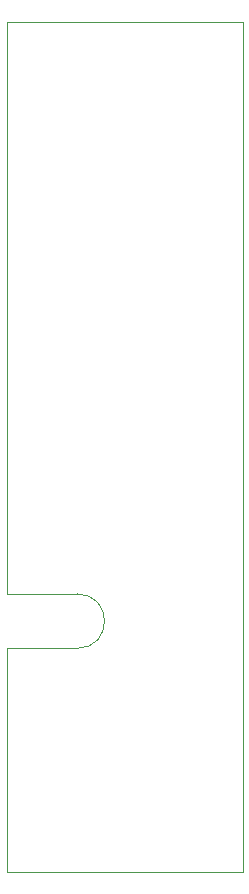
<source format=gbr>
G04 #@! TF.GenerationSoftware,KiCad,Pcbnew,5.99.0-unknown-c3175b4~86~ubuntu16.04.1*
G04 #@! TF.CreationDate,2019-12-09T10:27:29-08:00*
G04 #@! TF.ProjectId,wogglebug,776f6767-6c65-4627-9567-2e6b69636164,rev?*
G04 #@! TF.SameCoordinates,Original*
G04 #@! TF.FileFunction,Profile,NP*
%FSLAX46Y46*%
G04 Gerber Fmt 4.6, Leading zero omitted, Abs format (unit mm)*
G04 Created by KiCad (PCBNEW 5.99.0-unknown-c3175b4~86~ubuntu16.04.1) date 2019-12-09 10:27:29*
%MOMM*%
%LPD*%
G04 APERTURE LIST*
%ADD10C,0.100000*%
G04 APERTURE END LIST*
D10*
X140000000Y-100000000D02*
X160000000Y-100000000D01*
X140000000Y-132000000D02*
X140000000Y-100000000D01*
X140000000Y-172000000D02*
X160000000Y-172000000D01*
X140000000Y-148450000D02*
X140000000Y-132000000D01*
X146000000Y-153050000D02*
G75*
G03X146000000Y-148450000I0J2300000D01*
G01*
X146000000Y-148450000D02*
X140000000Y-148450000D01*
X146000000Y-153050000D02*
X140000000Y-153050000D01*
X160000000Y-172000000D02*
X160000000Y-132000000D01*
X140000000Y-172000000D02*
X140000000Y-153050000D01*
X160000000Y-100000000D02*
X160000000Y-132000000D01*
M02*

</source>
